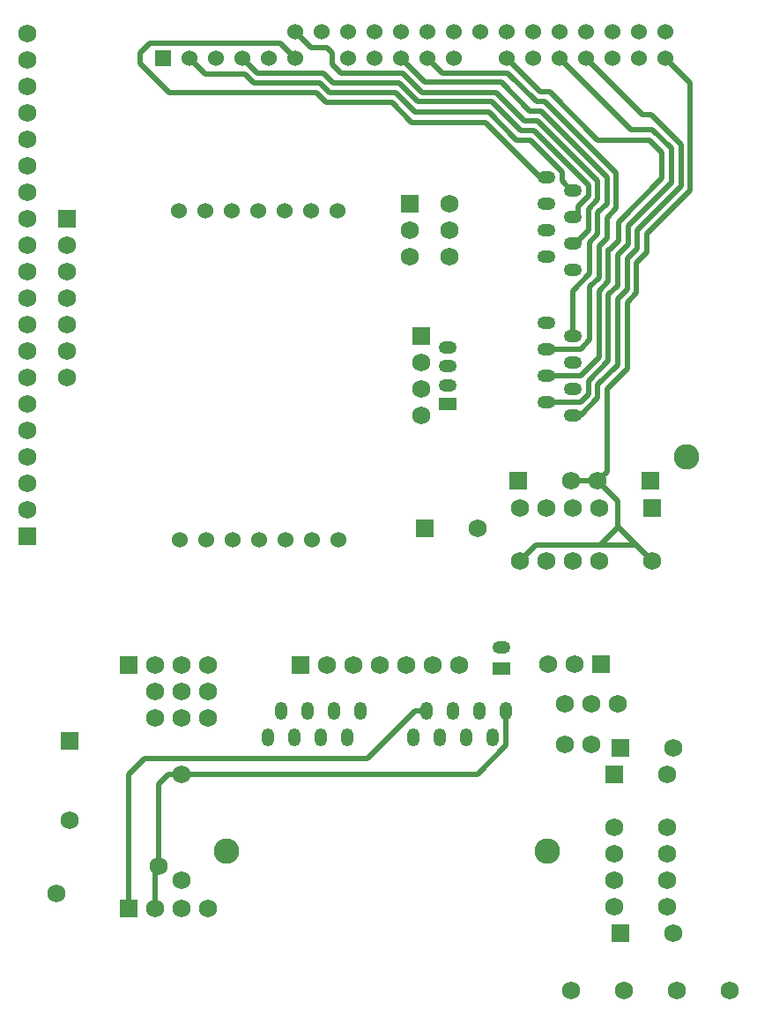
<source format=gbr>
G04 #@! TF.GenerationSoftware,KiCad,Pcbnew,5.0.2-bee76a0~70~ubuntu18.04.1*
G04 #@! TF.CreationDate,2019-07-14T16:31:22+03:00*
G04 #@! TF.ProjectId,authenticator,61757468-656e-4746-9963-61746f722e6b,rev?*
G04 #@! TF.SameCoordinates,Original*
G04 #@! TF.FileFunction,Copper,L2,Bot*
G04 #@! TF.FilePolarity,Positive*
%FSLAX46Y46*%
G04 Gerber Fmt 4.6, Leading zero omitted, Abs format (unit mm)*
G04 Created by KiCad (PCBNEW 5.0.2-bee76a0~70~ubuntu18.04.1) date su 14. heinäkuuta 2019 16.31.22*
%MOMM*%
%LPD*%
G01*
G04 APERTURE LIST*
G04 #@! TA.AperFunction,ComponentPad*
%ADD10C,1.750000*%
G04 #@! TD*
G04 #@! TA.AperFunction,ComponentPad*
%ADD11C,1.524000*%
G04 #@! TD*
G04 #@! TA.AperFunction,ComponentPad*
%ADD12R,1.524000X1.524000*%
G04 #@! TD*
G04 #@! TA.AperFunction,ComponentPad*
%ADD13O,1.750000X1.200000*%
G04 #@! TD*
G04 #@! TA.AperFunction,ComponentPad*
%ADD14C,2.450000*%
G04 #@! TD*
G04 #@! TA.AperFunction,ComponentPad*
%ADD15O,1.200000X1.750000*%
G04 #@! TD*
G04 #@! TA.AperFunction,ComponentPad*
%ADD16R,1.750000X1.750000*%
G04 #@! TD*
G04 #@! TA.AperFunction,ComponentPad*
%ADD17R,1.750000X1.250000*%
G04 #@! TD*
G04 #@! TA.AperFunction,ComponentPad*
%ADD18O,1.750000X1.250000*%
G04 #@! TD*
G04 #@! TA.AperFunction,ComponentPad*
%ADD19R,1.750000X1.200000*%
G04 #@! TD*
G04 #@! TA.AperFunction,Conductor*
%ADD20C,0.500000*%
G04 #@! TD*
G04 APERTURE END LIST*
D10*
G04 #@! TO.P,R5,2*
G04 #@! TO.N,/BTN1*
X80933805Y-133260399D03*
G04 #@! TO.P,R5,1*
G04 #@! TO.N,/GND*
X71120000Y-135890000D03*
G04 #@! TD*
G04 #@! TO.P,R6,2*
G04 #@! TO.N,/BTN1*
X83185000Y-124460000D03*
G04 #@! TO.P,R6,1*
G04 #@! TO.N,Net-(H1-Pad3)*
X83185000Y-134620000D03*
G04 #@! TD*
D11*
G04 #@! TO.P,RPi1,*
G04 #@! TO.N,*
X99185000Y-55750000D03*
X101725000Y-55750000D03*
X99185000Y-53210000D03*
X101725000Y-53210000D03*
X104265000Y-53210000D03*
X106805000Y-53210000D03*
G04 #@! TO.P,RPi1,40*
G04 #@! TO.N,Net-(RPi1-Pad40)*
X129665000Y-53210000D03*
G04 #@! TO.P,RPi1,39*
G04 #@! TO.N,/PiHat_39_doorGND*
X129665000Y-55750000D03*
G04 #@! TO.P,RPi1,38*
G04 #@! TO.N,Net-(RPi1-Pad38)*
X127125000Y-53210000D03*
G04 #@! TO.P,RPi1,37*
G04 #@! TO.N,/PiHat_37_doorON*
X127125000Y-55750000D03*
G04 #@! TO.P,RPi1,36*
G04 #@! TO.N,Net-(RPi1-Pad36)*
X124585000Y-53210000D03*
G04 #@! TO.P,RPi1,35*
G04 #@! TO.N,/PiHat_35_doorOFF*
X124585000Y-55750000D03*
G04 #@! TO.P,RPi1,34*
G04 #@! TO.N,Net-(RPi1-Pad34)*
X122045000Y-53210000D03*
G04 #@! TO.P,RPi1,33*
G04 #@! TO.N,/PiHat_LED_G*
X122045000Y-55750000D03*
G04 #@! TO.P,RPi1,32*
G04 #@! TO.N,Net-(RPi1-Pad32)*
X119505000Y-53210000D03*
G04 #@! TO.P,RPi1,31*
G04 #@! TO.N,/PiHat_LED_B*
X119505000Y-55750000D03*
G04 #@! TO.P,RPi1,30*
G04 #@! TO.N,Net-(RPi1-Pad30)*
X116965000Y-53210000D03*
G04 #@! TO.P,RPi1,29*
G04 #@! TO.N,/PiHat_LED_R*
X116965000Y-55750000D03*
G04 #@! TO.P,RPi1,28*
G04 #@! TO.N,Net-(RPi1-Pad28)*
X114425000Y-53210000D03*
G04 #@! TO.P,RPi1,27*
G04 #@! TO.N,/PiHat_RES*
X114425000Y-55750000D03*
G04 #@! TO.P,RPi1,26*
G04 #@! TO.N,Net-(RPi1-Pad26)*
X111885000Y-53210000D03*
G04 #@! TO.P,RPi1,24*
G04 #@! TO.N,/PiHat_CE0/CS*
X109345000Y-53210000D03*
G04 #@! TO.P,RPi1,23*
G04 #@! TO.N,/PiHat_CLK/SCLK/D0*
X109345000Y-55750000D03*
G04 #@! TO.P,RPi1,21*
G04 #@! TO.N,/PiHat_MISO/SDO/D2*
X106805000Y-55750000D03*
G04 #@! TO.P,RPi1,19*
G04 #@! TO.N,/PiHat_MOSI/SDI/D1*
X104265000Y-55750000D03*
G04 #@! TO.P,RPi1,14*
G04 #@! TO.N,/PiHat_GND1*
X96645000Y-53210000D03*
G04 #@! TO.P,RPi1,12*
G04 #@! TO.N,/PiHat_PIEZO*
X94105000Y-53210000D03*
G04 #@! TO.P,RPi1,11*
G04 #@! TO.N,/PiHat_BTN1*
X94105000Y-55750000D03*
G04 #@! TO.P,RPi1,9*
G04 #@! TO.N,/PiHat_GND2*
X91565000Y-55750000D03*
G04 #@! TO.P,RPi1,7*
G04 #@! TO.N,/PiHat_DS18B20*
X89025000Y-55750000D03*
G04 #@! TO.P,RPi1,5*
G04 #@! TO.N,/PiHat_HEAT_ON*
X86485000Y-55750000D03*
G04 #@! TO.P,RPi1,3*
G04 #@! TO.N,/PiHat_HEAT_OFF*
X83945000Y-55750000D03*
D12*
G04 #@! TO.P,RPi1,1*
G04 #@! TO.N,/PiHat_3V3*
X81405000Y-55750000D03*
G04 #@! TD*
D13*
G04 #@! TO.P,RJ2,16*
G04 #@! TO.N,/PiHat_BTN1*
X118190000Y-67160000D03*
G04 #@! TO.P,RJ2,15*
G04 #@! TO.N,/PiHat_HEAT_OFF*
X120730000Y-68430000D03*
G04 #@! TO.P,RJ2,14*
G04 #@! TO.N,/PiHat_HEAT_ON*
X118190000Y-69700000D03*
G04 #@! TO.P,RJ2,13*
G04 #@! TO.N,/PiHat_DS18B20*
X120730000Y-70970000D03*
G04 #@! TO.P,RJ2,12*
G04 #@! TO.N,/PiHat_GND2*
X118190000Y-72240000D03*
G04 #@! TO.P,RJ2,11*
G04 #@! TO.N,/PiHat_PIEZO*
X120730000Y-73510000D03*
G04 #@! TO.P,RJ2,10*
G04 #@! TO.N,/PiHat_3V3*
X118190000Y-74780000D03*
G04 #@! TO.P,RJ2,8*
G04 #@! TO.N,/PiHat_CLK/SCLK/D0*
X118190000Y-81130000D03*
G04 #@! TO.P,RJ2,7*
G04 #@! TO.N,/PiHat_MOSI/SDI/D1*
X120730000Y-82400000D03*
G04 #@! TO.P,RJ2,6*
G04 #@! TO.N,/PiHat_MISO/SDO/D2*
X118190000Y-83670000D03*
D14*
G04 #@! TO.P,RJ2,SH*
G04 #@! TO.N,Net-(RJ2-PadSH)*
X131650000Y-94025000D03*
D13*
G04 #@! TO.P,RJ2,1*
G04 #@! TO.N,/PiHat_LED_G*
X120730000Y-90020000D03*
G04 #@! TO.P,RJ2,2*
G04 #@! TO.N,/PiHat_LED_B*
X118190000Y-88750000D03*
G04 #@! TO.P,RJ2,3*
G04 #@! TO.N,/PiHat_LED_R*
X120730000Y-87480000D03*
G04 #@! TO.P,RJ2,4*
G04 #@! TO.N,/PiHat_RES*
X118190000Y-86210000D03*
G04 #@! TO.P,RJ2,5*
G04 #@! TO.N,/PiHat_CE0/CS*
X120730000Y-84940000D03*
G04 #@! TO.P,RJ2,9*
G04 #@! TO.N,/PiHat_GND1*
X120730000Y-76050000D03*
G04 #@! TD*
D15*
G04 #@! TO.P,RJ1,9*
G04 #@! TO.N,/GND*
X105429000Y-120950000D03*
G04 #@! TO.P,RJ1,5*
G04 #@! TO.N,/OLED_CS*
X96539000Y-120950000D03*
G04 #@! TO.P,RJ1,4*
G04 #@! TO.N,/OLED_RES*
X95269000Y-118410000D03*
G04 #@! TO.P,RJ1,3*
G04 #@! TO.N,/LED_R*
X93999000Y-120950000D03*
G04 #@! TO.P,RJ1,2*
G04 #@! TO.N,/LED_B*
X92729000Y-118410000D03*
G04 #@! TO.P,RJ1,1*
G04 #@! TO.N,/LED_G*
X91459000Y-120950000D03*
D14*
G04 #@! TO.P,RJ1,SH*
G04 #@! TO.N,/Heater-*
X118324000Y-131870000D03*
X87454000Y-131870000D03*
D15*
G04 #@! TO.P,RJ1,6*
G04 #@! TO.N,/OLED_D2*
X97809000Y-118410000D03*
G04 #@! TO.P,RJ1,7*
G04 #@! TO.N,/OLED_D1*
X99079000Y-120950000D03*
G04 #@! TO.P,RJ1,8*
G04 #@! TO.N,/OLED_D0*
X100349000Y-118410000D03*
G04 #@! TO.P,RJ1,10*
G04 #@! TO.N,/3V3*
X106699000Y-118410000D03*
G04 #@! TO.P,RJ1,11*
G04 #@! TO.N,/PIEZO*
X107969000Y-120950000D03*
G04 #@! TO.P,RJ1,12*
G04 #@! TO.N,/GND*
X109239000Y-118410000D03*
G04 #@! TO.P,RJ1,13*
G04 #@! TO.N,/DS18B20*
X110509000Y-120950000D03*
G04 #@! TO.P,RJ1,14*
G04 #@! TO.N,/HEAT_ON*
X111779000Y-118410000D03*
G04 #@! TO.P,RJ1,15*
G04 #@! TO.N,/HEAT_OFF*
X113049000Y-120950000D03*
G04 #@! TO.P,RJ1,16*
G04 #@! TO.N,/BTN1*
X114319000Y-118410000D03*
G04 #@! TD*
D10*
G04 #@! TO.P,T1,1*
G04 #@! TO.N,/Heater-*
X120624000Y-145240000D03*
G04 #@! TO.P,T1,2*
G04 #@! TO.N,Net-(EC1-Pad4)*
X125704000Y-145240000D03*
G04 #@! TO.P,T1,3*
G04 #@! TO.N,/Heater-*
X130784000Y-145240000D03*
G04 #@! TO.P,T1,4*
G04 #@! TO.N,Net-(EC1-Pad5)*
X135864000Y-145240000D03*
G04 #@! TD*
D11*
G04 #@! TO.P,H6,7*
G04 #@! TO.N,/Cable_RES*
X82984000Y-101988000D03*
G04 #@! TO.P,H6,6*
G04 #@! TO.N,/Cable_CS*
X85524000Y-101988000D03*
G04 #@! TO.P,H6,5*
G04 #@! TO.N,/Cable_D2*
X88064000Y-101988000D03*
G04 #@! TO.P,H6,4*
G04 #@! TO.N,/Cable_D1*
X90604000Y-101988000D03*
G04 #@! TO.P,H6,3*
G04 #@! TO.N,/Cable_D0*
X93144000Y-101988000D03*
G04 #@! TO.P,H6,2*
G04 #@! TO.N,/Cable_VDD*
X95684000Y-101988000D03*
G04 #@! TO.P,H6,1*
G04 #@! TO.N,/Cable__VSS*
X98224000Y-101988000D03*
G04 #@! TD*
G04 #@! TO.P,H5,1*
G04 #@! TO.N,/Cable_RES*
X82934000Y-70388000D03*
G04 #@! TO.P,H5,2*
G04 #@! TO.N,/Cable_CS*
X85474000Y-70388000D03*
G04 #@! TO.P,H5,3*
G04 #@! TO.N,/Cable_D2*
X88014000Y-70388000D03*
G04 #@! TO.P,H5,4*
G04 #@! TO.N,/Cable_D1*
X90554000Y-70388000D03*
G04 #@! TO.P,H5,5*
G04 #@! TO.N,/Cable_D0*
X93094000Y-70388000D03*
G04 #@! TO.P,H5,6*
G04 #@! TO.N,/Cable_VDD*
X95634000Y-70388000D03*
G04 #@! TO.P,H5,7*
G04 #@! TO.N,/Cable__VSS*
X98174000Y-70388000D03*
G04 #@! TD*
D10*
G04 #@! TO.P,H9,7*
G04 #@! TO.N,/3V3*
X109874000Y-113965000D03*
G04 #@! TO.P,H9,6*
G04 #@! TO.N,/GND*
X107334000Y-113965000D03*
G04 #@! TO.P,H9,5*
G04 #@! TO.N,/OLED_D0*
X104794000Y-113965000D03*
G04 #@! TO.P,H9,4*
G04 #@! TO.N,/OLED_D1*
X102254000Y-113965000D03*
G04 #@! TO.P,H9,3*
G04 #@! TO.N,/OLED_D2*
X99714000Y-113965000D03*
G04 #@! TO.P,H9,2*
G04 #@! TO.N,/OLED_CS*
X97174000Y-113965000D03*
D16*
G04 #@! TO.P,H9,1*
G04 #@! TO.N,/OLED_RES*
X94634000Y-113965000D03*
G04 #@! TD*
D10*
G04 #@! TO.P,R3,2*
G04 #@! TO.N,Net-(H10-Pad1)*
X80645000Y-116505000D03*
G04 #@! TO.P,R3,1*
G04 #@! TO.N,/LED_G*
X80645000Y-119045000D03*
G04 #@! TD*
G04 #@! TO.P,R2,2*
G04 #@! TO.N,Net-(H10-Pad2)*
X83185000Y-116505000D03*
G04 #@! TO.P,R2,1*
G04 #@! TO.N,/LED_B*
X83185000Y-119045000D03*
G04 #@! TD*
G04 #@! TO.P,R1,2*
G04 #@! TO.N,Net-(H10-Pad4)*
X85744000Y-116505000D03*
G04 #@! TO.P,R1,1*
G04 #@! TO.N,/LED_R*
X85744000Y-119045000D03*
G04 #@! TD*
G04 #@! TO.P,R4,1*
G04 #@! TO.N,/DS18B20*
X122574000Y-121585000D03*
G04 #@! TO.P,R4,2*
G04 #@! TO.N,/3V3*
X120034000Y-121585000D03*
G04 #@! TD*
D16*
G04 #@! TO.P,AST1,1*
G04 #@! TO.N,/PIEZO*
X72390000Y-121285000D03*
D10*
G04 #@! TO.P,AST1,2*
G04 #@! TO.N,/GND*
X72390000Y-128905000D03*
G04 #@! TD*
D17*
G04 #@! TO.P,C1,1*
G04 #@! TO.N,/3V3*
X113919000Y-114346000D03*
D18*
G04 #@! TO.P,C1,2*
G04 #@! TO.N,/GND*
X113919000Y-112314000D03*
G04 #@! TD*
D16*
G04 #@! TO.P,D1,1*
G04 #@! TO.N,/PiHat_35_doorOFF*
X115550000Y-96335000D03*
D10*
G04 #@! TO.P,D1,2*
G04 #@! TO.N,/PiHat_39_doorGND*
X120630000Y-96335000D03*
G04 #@! TD*
G04 #@! TO.P,D2,2*
G04 #@! TO.N,/PiHat_39_doorGND*
X123170000Y-96335000D03*
D16*
G04 #@! TO.P,D2,1*
G04 #@! TO.N,/PiHat_37_doorON*
X128250000Y-96335000D03*
G04 #@! TD*
G04 #@! TO.P,D3,1*
G04 #@! TO.N,/HEAT_OFF*
X125349000Y-139700000D03*
D10*
G04 #@! TO.P,D3,2*
G04 #@! TO.N,/GND*
X130429000Y-139700000D03*
G04 #@! TD*
G04 #@! TO.P,D4,2*
G04 #@! TO.N,/GND*
X130429000Y-121920000D03*
D16*
G04 #@! TO.P,D4,1*
G04 #@! TO.N,/HEAT_ON*
X125349000Y-121920000D03*
G04 #@! TD*
D10*
G04 #@! TO.P,DS1,1*
G04 #@! TO.N,/GND*
X125114000Y-117727245D03*
G04 #@! TO.P,DS1,3*
G04 #@! TO.N,/3V3*
X120034000Y-117727245D03*
G04 #@! TO.P,DS1,2*
G04 #@! TO.N,/DS18B20*
X122574000Y-117727245D03*
G04 #@! TD*
G04 #@! TO.P,DS2,2*
G04 #@! TO.N,/HT_DQ*
X108950000Y-72237000D03*
G04 #@! TO.P,DS2,3*
G04 #@! TO.N,/HT_VDD*
X108950000Y-74777000D03*
G04 #@! TO.P,DS2,1*
G04 #@! TO.N,/HT_GND*
X108950000Y-69697000D03*
G04 #@! TD*
D16*
G04 #@! TO.P,EC1,1*
G04 #@! TO.N,/HEAT_ON*
X124714000Y-124460000D03*
D10*
G04 #@! TO.P,EC1,3*
G04 #@! TO.N,Net-(EC1-Pad3)*
X124714000Y-129540000D03*
G04 #@! TO.P,EC1,4*
G04 #@! TO.N,Net-(EC1-Pad4)*
X124714000Y-132080000D03*
G04 #@! TO.P,EC1,5*
G04 #@! TO.N,Net-(EC1-Pad5)*
X124714000Y-134620000D03*
G04 #@! TO.P,EC1,6*
G04 #@! TO.N,/HEAT_OFF*
X124714000Y-137160000D03*
G04 #@! TO.P,EC1,7*
G04 #@! TO.N,/GND*
X129794000Y-137160000D03*
G04 #@! TO.P,EC1,8*
G04 #@! TO.N,Net-(EC1-Pad8)*
X129794000Y-134620000D03*
G04 #@! TO.P,EC1,9*
G04 #@! TO.N,Net-(EC1-Pad9)*
X129794000Y-132080000D03*
G04 #@! TO.P,EC1,10*
G04 #@! TO.N,Net-(EC1-Pad10)*
X129794000Y-129540000D03*
G04 #@! TO.P,EC1,12*
G04 #@! TO.N,/GND*
X129794000Y-124460000D03*
G04 #@! TD*
G04 #@! TO.P,EC2,12*
G04 #@! TO.N,/PiHat_39_doorGND*
X128350000Y-103990000D03*
G04 #@! TO.P,EC2,10*
G04 #@! TO.N,Net-(EC2-Pad10)*
X123270000Y-103990000D03*
G04 #@! TO.P,EC2,9*
G04 #@! TO.N,Net-(EC2-Pad9)*
X120730000Y-103990000D03*
G04 #@! TO.P,EC2,8*
G04 #@! TO.N,Net-(EC2-Pad8)*
X118190000Y-103990000D03*
G04 #@! TO.P,EC2,7*
G04 #@! TO.N,/PiHat_39_doorGND*
X115650000Y-103990000D03*
G04 #@! TO.P,EC2,6*
G04 #@! TO.N,/PiHat_35_doorOFF*
X115650000Y-98910000D03*
G04 #@! TO.P,EC2,5*
G04 #@! TO.N,Net-(EC2-Pad5)*
X118190000Y-98910000D03*
G04 #@! TO.P,EC2,4*
G04 #@! TO.N,Net-(EC2-Pad4)*
X120730000Y-98910000D03*
G04 #@! TO.P,EC2,3*
G04 #@! TO.N,Net-(EC2-Pad3)*
X123270000Y-98910000D03*
D16*
G04 #@! TO.P,EC2,1*
G04 #@! TO.N,/PiHat_37_doorON*
X128350000Y-98910000D03*
G04 #@! TD*
G04 #@! TO.P,H2,1*
G04 #@! TO.N,/HT_GND*
X105140000Y-69697000D03*
D10*
G04 #@! TO.P,H2,2*
G04 #@! TO.N,/HT_DQ*
X105140000Y-72237000D03*
G04 #@! TO.P,H2,3*
G04 #@! TO.N,/HT_VDD*
X105140000Y-74777000D03*
G04 #@! TD*
G04 #@! TO.P,H3,4*
G04 #@! TO.N,/R1\002C9V*
X106194000Y-90033000D03*
G04 #@! TO.P,H3,3*
G04 #@! TO.N,Net-(H3-Pad3)*
X106194000Y-87493000D03*
G04 #@! TO.P,H3,2*
G04 #@! TO.N,/B3\002C4V*
X106194000Y-84953000D03*
D16*
G04 #@! TO.P,H3,1*
G04 #@! TO.N,/G3\002C3V*
X106194000Y-82413000D03*
G04 #@! TD*
G04 #@! TO.P,H4,1*
G04 #@! TO.N,/NHD0420CW_over_SPI/RES*
X72151284Y-71170169D03*
D10*
G04 #@! TO.P,H4,2*
G04 #@! TO.N,/NHD0420CW_over_SPI/CS*
X72151284Y-73710169D03*
G04 #@! TO.P,H4,3*
G04 #@! TO.N,/NHD0420CW_over_SPI/D2*
X72151284Y-76250169D03*
G04 #@! TO.P,H4,4*
G04 #@! TO.N,/NHD0420CW_over_SPI/D1*
X72151284Y-78790169D03*
G04 #@! TO.P,H4,5*
G04 #@! TO.N,/NHD0420CW_over_SPI/D0*
X72151284Y-81330169D03*
G04 #@! TO.P,H4,6*
G04 #@! TO.N,/NHD0420CW_over_SPI/GND*
X72151284Y-83870169D03*
G04 #@! TO.P,H4,7*
G04 #@! TO.N,/NHD0420CW_over_SPI/3V3*
X72151284Y-86410169D03*
G04 #@! TD*
D16*
G04 #@! TO.P,H8,1*
G04 #@! TO.N,/GND*
X123444000Y-113917245D03*
D10*
G04 #@! TO.P,H8,2*
G04 #@! TO.N,/DS18B20*
X120904000Y-113917245D03*
G04 #@! TO.P,H8,3*
G04 #@! TO.N,/3V3*
X118364000Y-113917245D03*
G04 #@! TD*
G04 #@! TO.P,H10,4*
G04 #@! TO.N,Net-(H10-Pad4)*
X85744000Y-113965000D03*
G04 #@! TO.P,H10,3*
G04 #@! TO.N,/GND*
X83204000Y-113965000D03*
G04 #@! TO.P,H10,2*
G04 #@! TO.N,Net-(H10-Pad2)*
X80664000Y-113965000D03*
D16*
G04 #@! TO.P,H10,1*
G04 #@! TO.N,Net-(H10-Pad1)*
X78124000Y-113965000D03*
G04 #@! TD*
D13*
G04 #@! TO.P,LED1,4*
G04 #@! TO.N,/G3\002C3V*
X108734000Y-83523000D03*
D19*
G04 #@! TO.P,LED1,1*
G04 #@! TO.N,/R1\002C9V*
X108734000Y-88923000D03*
D13*
G04 #@! TO.P,LED1,2*
G04 #@! TO.N,Net-(H3-Pad3)*
X108734000Y-87123000D03*
G04 #@! TO.P,LED1,3*
G04 #@! TO.N,/B3\002C4V*
X108734000Y-85323000D03*
G04 #@! TD*
D16*
G04 #@! TO.P,NHD1,1*
G04 #@! TO.N,/NHD0420CW_over_SPI/GND*
X68341284Y-101650169D03*
D10*
G04 #@! TO.P,NHD1,2*
G04 #@! TO.N,/NHD0420CW_over_SPI/3V3*
X68341284Y-99110169D03*
G04 #@! TO.P,NHD1,3*
G04 #@! TO.N,/NHD0420CW_over_SPI/GND*
X68341284Y-96570169D03*
G04 #@! TO.P,NHD1,4*
X68341284Y-94030169D03*
G04 #@! TO.P,NHD1,5*
X68341284Y-91490169D03*
G04 #@! TO.P,NHD1,6*
X68341284Y-88950169D03*
G04 #@! TO.P,NHD1,7*
G04 #@! TO.N,/NHD0420CW_over_SPI/D0*
X68341284Y-86410169D03*
G04 #@! TO.P,NHD1,8*
G04 #@! TO.N,/NHD0420CW_over_SPI/D1*
X68341284Y-83870169D03*
G04 #@! TO.P,NHD1,9*
G04 #@! TO.N,/NHD0420CW_over_SPI/D2*
X68341284Y-81330169D03*
G04 #@! TO.P,NHD1,10*
G04 #@! TO.N,/NHD0420CW_over_SPI/GND*
X68341284Y-78790169D03*
G04 #@! TO.P,NHD1,11*
X68341284Y-76250169D03*
G04 #@! TO.P,NHD1,12*
X68341284Y-73710169D03*
G04 #@! TO.P,NHD1,13*
X68341284Y-71170169D03*
G04 #@! TO.P,NHD1,14*
X68341284Y-68630169D03*
G04 #@! TO.P,NHD1,15*
G04 #@! TO.N,/NHD0420CW_over_SPI/CS*
X68341284Y-66090169D03*
G04 #@! TO.P,NHD1,16*
G04 #@! TO.N,/NHD0420CW_over_SPI/RES*
X68341284Y-63550169D03*
G04 #@! TO.P,NHD1,17*
G04 #@! TO.N,/NHD0420CW_over_SPI/GND*
X68341284Y-61010169D03*
G04 #@! TO.P,NHD1,18*
X68341284Y-58470169D03*
G04 #@! TO.P,NHD1,19*
X68341284Y-55930169D03*
G04 #@! TO.P,NHD1,20*
X68341284Y-53390169D03*
G04 #@! TD*
D16*
G04 #@! TO.P,T2,1*
G04 #@! TO.N,Net-(EC2-Pad5)*
X106560000Y-100900000D03*
D10*
G04 #@! TO.P,T2,2*
G04 #@! TO.N,Net-(EC2-Pad4)*
X111640000Y-100900000D03*
G04 #@! TD*
D16*
G04 #@! TO.P,H1,1*
G04 #@! TO.N,/3V3*
X78105000Y-137400000D03*
D10*
G04 #@! TO.P,H1,2*
G04 #@! TO.N,/BTN1*
X80645000Y-137400000D03*
G04 #@! TO.P,H1,3*
G04 #@! TO.N,Net-(H1-Pad3)*
X83185000Y-137400000D03*
G04 #@! TO.P,H1,4*
G04 #@! TO.N,/GND*
X85725000Y-137400000D03*
G04 #@! TD*
D20*
G04 #@! TO.N,/3V3*
X105599000Y-118410000D02*
X106699000Y-118410000D01*
X101074001Y-122934999D02*
X105599000Y-118410000D01*
X79630001Y-122934999D02*
X101074001Y-122934999D01*
X78105000Y-124460000D02*
X79630001Y-122934999D01*
X78105000Y-137400000D02*
X78105000Y-124460000D01*
G04 #@! TO.N,/PiHat_39_doorGND*
X126824999Y-102464999D02*
X127475001Y-103115001D01*
X115650000Y-103990000D02*
X117175001Y-102464999D01*
X127475001Y-103115001D02*
X128350000Y-103990000D01*
X126595029Y-102235029D02*
X127475001Y-103115001D01*
X121972003Y-102464999D02*
X119587000Y-102464999D01*
X117175001Y-102464999D02*
X119587000Y-102464999D01*
X125981037Y-85550162D02*
X124055029Y-87476170D01*
X125981038Y-79205773D02*
X125981037Y-85550162D01*
X126881047Y-78305764D02*
X125981038Y-79205773D01*
X132055029Y-58140029D02*
X132055028Y-68416390D01*
X132055028Y-68416390D02*
X127875029Y-72596389D01*
X129665000Y-55750000D02*
X132055029Y-58140029D01*
X127875028Y-74374390D02*
X126881048Y-75368370D01*
X127875029Y-72596389D02*
X127875028Y-74374390D01*
X126881048Y-75368370D02*
X126881047Y-78305764D01*
X120630000Y-96335000D02*
X123170000Y-96335000D01*
X124055029Y-95449971D02*
X123170000Y-96335000D01*
X124055029Y-87476170D02*
X124055029Y-95449971D01*
X125075000Y-100715000D02*
X128350000Y-103990000D01*
X123170000Y-96335000D02*
X125075000Y-98240000D01*
X125075000Y-100145000D02*
X125075000Y-100780000D01*
X125075000Y-100145000D02*
X125075000Y-100715000D01*
X125075000Y-98240000D02*
X125075000Y-100145000D01*
X123390001Y-102464999D02*
X122535000Y-102464999D01*
X125075000Y-100780000D02*
X123390001Y-102464999D01*
X119587000Y-102464999D02*
X122535000Y-102464999D01*
X122535000Y-102464999D02*
X126824999Y-102464999D01*
G04 #@! TO.N,/PiHat_MOSI/SDI/D1*
X113918011Y-58062011D02*
X106577010Y-58062010D01*
X116656040Y-60800040D02*
X113918011Y-58062011D01*
X117691239Y-60800040D02*
X116656040Y-60800040D01*
X106577010Y-58062010D02*
X104265000Y-55750000D01*
X124055028Y-67163829D02*
X117691239Y-60800040D01*
X124055028Y-69693365D02*
X124055028Y-67163829D01*
X120730000Y-82400000D02*
X120730000Y-78092781D01*
X123160804Y-70587589D02*
X124055028Y-69693365D01*
X120730000Y-78092781D02*
X122381000Y-76441781D01*
X122381000Y-76441781D02*
X122381000Y-73406806D01*
X122381000Y-73406806D02*
X123160803Y-72627003D01*
X123160803Y-72627003D02*
X123160804Y-70587589D01*
G04 #@! TO.N,/PiHat_MISO/SDO/D2*
X121502781Y-83670000D02*
X119565000Y-83670000D01*
X123281009Y-76814578D02*
X122381000Y-77714587D01*
X123281010Y-73779602D02*
X123281009Y-76814578D01*
X124060811Y-72999801D02*
X123281010Y-73779602D01*
X124060819Y-71068181D02*
X124060811Y-72999801D01*
X124955037Y-70173963D02*
X124060819Y-71068181D01*
X108217001Y-57162001D02*
X114542001Y-57162001D01*
X106805000Y-55750000D02*
X108217001Y-57162001D01*
X114542001Y-57162001D02*
X117280030Y-59900030D01*
X119565000Y-83670000D02*
X118190000Y-83670000D01*
X122381000Y-77714587D02*
X122381000Y-82791781D01*
X117280030Y-59900030D02*
X118064035Y-59900030D01*
X122381000Y-82791781D02*
X121502781Y-83670000D01*
X124955037Y-66791032D02*
X124955037Y-70173963D01*
X118064035Y-59900030D02*
X124955037Y-66791032D01*
G04 #@! TO.N,/PiHat_RES*
X114425000Y-55750000D02*
X117675020Y-59000020D01*
X117675020Y-59000020D02*
X118539020Y-59000020D01*
X118539020Y-59000020D02*
X123143000Y-63604000D01*
X129355001Y-67297999D02*
X125175000Y-71478000D01*
X129355001Y-64797999D02*
X129355001Y-67297999D01*
X123143000Y-63604000D02*
X128161002Y-63604000D01*
X128161002Y-63604000D02*
X129355001Y-64797999D01*
X124286000Y-74145000D02*
X124188418Y-74145000D01*
X125175000Y-71478000D02*
X125175000Y-73256000D01*
X125175000Y-73256000D02*
X124286000Y-74145000D01*
X124181019Y-74152399D02*
X124181019Y-77187374D01*
X124188418Y-74145000D02*
X124181019Y-74152399D01*
X119565000Y-86210000D02*
X118190000Y-86210000D01*
X121502781Y-86210000D02*
X119565000Y-86210000D01*
X123281010Y-84431771D02*
X121502781Y-86210000D01*
X123281010Y-78087383D02*
X123281010Y-84431771D01*
X124181019Y-77187374D02*
X123281010Y-78087383D01*
G04 #@! TO.N,/PiHat_LED_B*
X122255010Y-86730577D02*
X122255010Y-87997771D01*
X124181019Y-84804568D02*
X122255010Y-86730577D01*
X122255010Y-87997771D02*
X121502781Y-88750000D01*
X125081028Y-77560171D02*
X124181020Y-78460179D01*
X125081029Y-74622777D02*
X125081028Y-77560171D01*
X119505000Y-55750000D02*
X126343000Y-62588000D01*
X126075009Y-73628797D02*
X125081029Y-74622777D01*
X126343000Y-62588000D02*
X128417808Y-62588000D01*
X121502781Y-88750000D02*
X120095000Y-88750000D01*
X124181020Y-78460179D02*
X124181019Y-84804568D01*
X130255011Y-64425203D02*
X130255010Y-67670796D01*
X120095000Y-88750000D02*
X118190000Y-88750000D01*
X130255010Y-67670796D02*
X126075010Y-71850796D01*
X128417808Y-62588000D02*
X130255011Y-64425203D01*
X126075010Y-71850796D02*
X126075009Y-73628797D01*
G04 #@! TO.N,/PiHat_LED_G*
X121505587Y-90020000D02*
X120730000Y-90020000D01*
X123155019Y-87103374D02*
X123155019Y-88370568D01*
X125081028Y-85177365D02*
X123155019Y-87103374D01*
X125081029Y-78832976D02*
X125081028Y-85177365D01*
X125981038Y-77932967D02*
X125081029Y-78832976D01*
X126975019Y-74001593D02*
X125981038Y-74995574D01*
X122045000Y-55750000D02*
X127486000Y-61191000D01*
X125981038Y-74995574D02*
X125981038Y-77932967D01*
X127486000Y-61191000D02*
X128293614Y-61191000D01*
X128293614Y-61191000D02*
X131155020Y-64052406D01*
X131155019Y-68043593D02*
X126975019Y-72223593D01*
X131155020Y-64052406D02*
X131155019Y-68043593D01*
X123155019Y-88370568D02*
X121505587Y-90020000D01*
X126975019Y-72223593D02*
X126975019Y-74001593D01*
G04 #@! TO.N,/PiHat_HEAT_OFF*
X112723388Y-60937000D02*
X115390388Y-63604000D01*
X105618582Y-60937000D02*
X112723388Y-60937000D01*
X83945000Y-55750000D02*
X85449000Y-57254000D01*
X85449000Y-57254000D02*
X89256194Y-57254000D01*
X103713582Y-59032000D02*
X105618582Y-60937000D01*
X89256194Y-57254000D02*
X90145194Y-58143000D01*
X97381388Y-59032000D02*
X103713582Y-59032000D01*
X90145194Y-58143000D02*
X96492388Y-58143000D01*
X96492388Y-58143000D02*
X97381388Y-59032000D01*
X115390388Y-63604000D02*
X115396000Y-63604000D01*
X119715010Y-67542010D02*
X119715010Y-66642229D01*
X120730000Y-68430000D02*
X120603000Y-68430000D01*
X120603000Y-68430000D02*
X119715010Y-67542010D01*
X116676781Y-63604000D02*
X115777000Y-63604000D01*
X119715010Y-66642229D02*
X116676781Y-63604000D01*
X115390388Y-63604000D02*
X115777000Y-63604000D01*
G04 #@! TO.N,/PiHat_DS18B20*
X96784195Y-57162001D02*
X90437001Y-57162001D01*
X90437001Y-57162001D02*
X89025000Y-55750000D01*
X104054388Y-58100000D02*
X97722194Y-58100000D01*
X105886398Y-59932010D02*
X104054388Y-58100000D01*
X112991204Y-59932010D02*
X105886398Y-59932010D01*
X115759204Y-62700010D02*
X112991204Y-59932010D01*
X117045597Y-62700010D02*
X115759204Y-62700010D01*
X97722194Y-58100000D02*
X96784195Y-57162001D01*
X122255010Y-67909423D02*
X117045597Y-62700010D01*
X122255010Y-68947771D02*
X122255010Y-67909423D01*
X121248781Y-69954000D02*
X122255010Y-68947771D01*
X121248781Y-70451219D02*
X121248781Y-69954000D01*
X120730000Y-70970000D02*
X121248781Y-70451219D01*
G04 #@! TO.N,/PiHat_PIEZO*
X122260794Y-72254206D02*
X121005000Y-73510000D01*
X94105000Y-53210000D02*
X95613999Y-54718999D01*
X121005000Y-73510000D02*
X120730000Y-73510000D01*
X116132000Y-61800000D02*
X117418393Y-61800000D01*
X97139881Y-54718999D02*
X97676001Y-55255119D01*
X97676001Y-56330763D02*
X98507239Y-57162001D01*
X98507239Y-57162001D02*
X104389195Y-57162001D01*
X97676001Y-55255119D02*
X97676001Y-56330763D01*
X105505000Y-58262806D02*
X106274194Y-59032000D01*
X106274194Y-59032000D02*
X113364000Y-59032000D01*
X113364000Y-59032000D02*
X116132000Y-61800000D01*
X122260794Y-70214793D02*
X122260794Y-72254206D01*
X95613999Y-54718999D02*
X97139881Y-54718999D01*
X104389195Y-57162001D02*
X105490000Y-58262806D01*
X117418393Y-61800000D02*
X123155019Y-67536626D01*
X105490000Y-58262806D02*
X105505000Y-58262806D01*
X123155019Y-67536626D02*
X123155020Y-69320567D01*
X123155020Y-69320567D02*
X122260794Y-70214793D01*
G04 #@! TO.N,/BTN1*
X84422436Y-124460000D02*
X83185000Y-124460000D01*
X111581781Y-124460000D02*
X84422436Y-124460000D01*
X114319000Y-121722781D02*
X111581781Y-124460000D01*
X114319000Y-118410000D02*
X114319000Y-121722781D01*
X80645000Y-133549205D02*
X80933806Y-133260399D01*
X80645000Y-137400000D02*
X80645000Y-133549205D01*
X81915000Y-124460000D02*
X83185000Y-124460000D01*
X80933806Y-133260399D02*
X80933806Y-125441194D01*
X80933806Y-125441194D02*
X81915000Y-124460000D01*
G04 #@! TO.N,/PiHat_BTN1*
X92692999Y-54337999D02*
X94105000Y-55750000D01*
X80122999Y-54337999D02*
X92692999Y-54337999D01*
X82004008Y-59043010D02*
X79200000Y-56239002D01*
X118190000Y-67160000D02*
X117660000Y-67160000D01*
X105308776Y-61900000D02*
X103408776Y-60000000D01*
X79200000Y-56239002D02*
X79200000Y-55260998D01*
X117660000Y-67160000D02*
X112400000Y-61900000D01*
X79200000Y-55260998D02*
X80122999Y-54337999D01*
X97076582Y-60000000D02*
X96119592Y-59043010D01*
X96119592Y-59043010D02*
X82004008Y-59043010D01*
X112400000Y-61900000D02*
X105308776Y-61900000D01*
X103408776Y-60000000D02*
X97076582Y-60000000D01*
G04 #@! TD*
M02*

</source>
